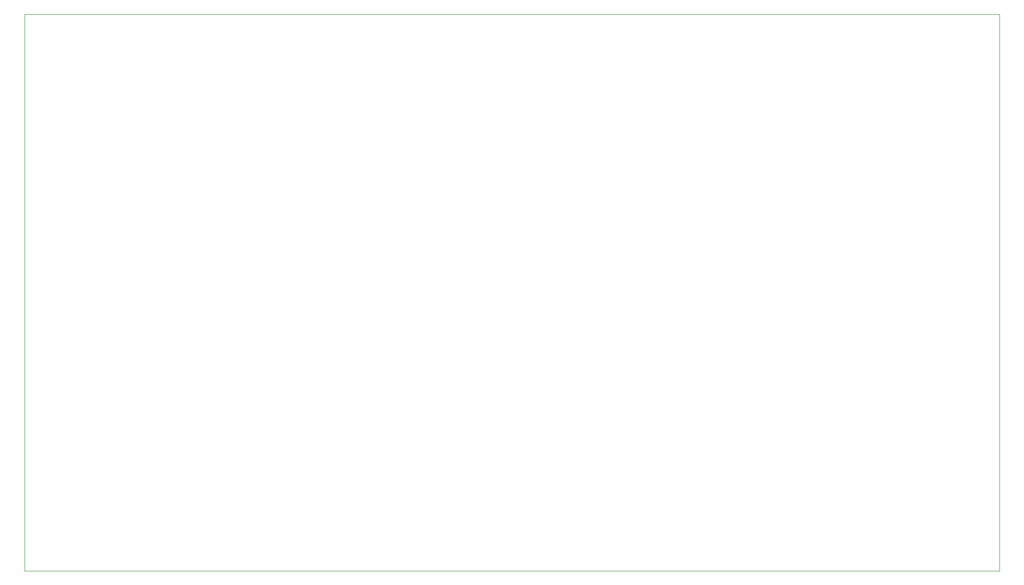
<source format=gbr>
%TF.GenerationSoftware,KiCad,Pcbnew,(5.1.10)-1*%
%TF.CreationDate,2022-01-02T13:32:58-05:00*%
%TF.ProjectId,Single Power Supply,53696e67-6c65-4205-906f-776572205375,rev?*%
%TF.SameCoordinates,Original*%
%TF.FileFunction,Profile,NP*%
%FSLAX46Y46*%
G04 Gerber Fmt 4.6, Leading zero omitted, Abs format (unit mm)*
G04 Created by KiCad (PCBNEW (5.1.10)-1) date 2022-01-02 13:32:58*
%MOMM*%
%LPD*%
G01*
G04 APERTURE LIST*
%TA.AperFunction,Profile*%
%ADD10C,0.050000*%
%TD*%
G04 APERTURE END LIST*
D10*
X195000000Y-20000000D02*
X195000000Y-120000000D01*
X195000000Y-120000000D02*
X20000000Y-120000000D01*
X20000000Y-20000000D02*
X20000000Y-120000000D01*
X20000000Y-20000000D02*
X195000000Y-20000000D01*
M02*

</source>
